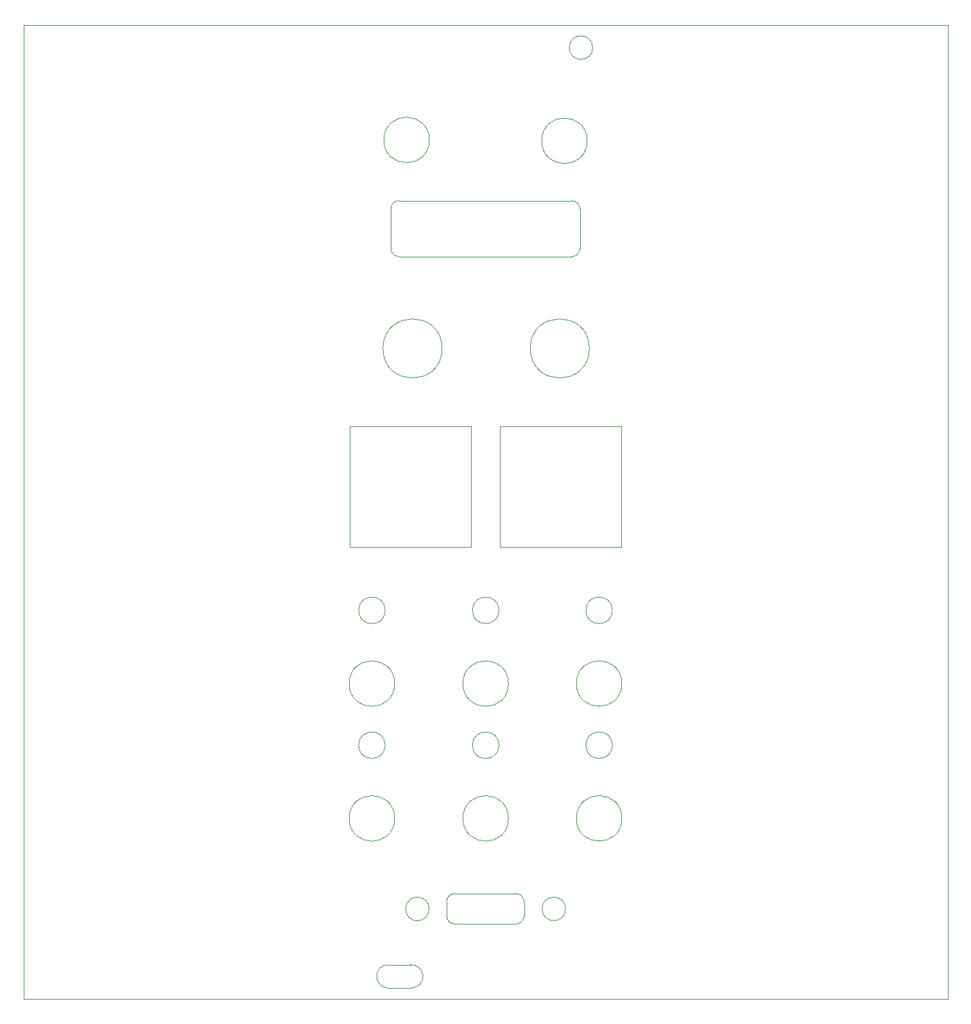
<source format=gbr>
%TF.GenerationSoftware,KiCad,Pcbnew,7.0.9*%
%TF.CreationDate,2024-01-09T21:06:09+01:00*%
%TF.ProjectId,euroPI-kicad_surfacemount_discretes_and_ics,6575726f-5049-42d6-9b69-6361645f7375,rev?*%
%TF.SameCoordinates,Original*%
%TF.FileFunction,Profile,NP*%
%FSLAX46Y46*%
G04 Gerber Fmt 4.6, Leading zero omitted, Abs format (unit mm)*
G04 Created by KiCad (PCBNEW 7.0.9) date 2024-01-09 21:06:09*
%MOMM*%
%LPD*%
G01*
G04 APERTURE LIST*
%TA.AperFunction,Profile*%
%ADD10C,0.100000*%
%TD*%
%TA.AperFunction,Profile*%
%ADD11C,0.050000*%
%TD*%
G04 APERTURE END LIST*
D10*
X128993800Y-102610800D02*
G75*
G03*
X128993800Y-102610800I-1750000J0D01*
G01*
X130243800Y-130050800D02*
G75*
G03*
X130243800Y-130050800I-3000000J0D01*
G01*
X130814192Y-48583400D02*
G75*
G03*
X129743200Y-49650202I-2092J-1068900D01*
G01*
X160215800Y-130048000D02*
G75*
G03*
X160215800Y-130048000I-3000000J0D01*
G01*
X129743200Y-54885208D02*
G75*
G03*
X130810000Y-55956200I1068900J-2092D01*
G01*
X160215800Y-112268000D02*
G75*
G03*
X160215800Y-112268000I-3000000J0D01*
G01*
X145255200Y-112268000D02*
G75*
G03*
X145255200Y-112268000I-3000000J0D01*
G01*
X145255200Y-130048000D02*
G75*
G03*
X145255200Y-130048000I-3000000J0D01*
G01*
X81280000Y-25400000D02*
X203200000Y-25400000D01*
X203200000Y-153898600D01*
X81280000Y-153898600D01*
X81280000Y-25400000D01*
X136503200Y-68072000D02*
G75*
G03*
X136503200Y-68072000I-3900000J0D01*
G01*
X134815800Y-40584000D02*
G75*
G03*
X134815800Y-40584000I-3000000J0D01*
G01*
X158965800Y-120396000D02*
G75*
G03*
X158965800Y-120396000I-1750000J0D01*
G01*
X128993800Y-120398800D02*
G75*
G03*
X128993800Y-120398800I-1750000J0D01*
G01*
X153615008Y-55958300D02*
G75*
G03*
X154686000Y-54891503I2092J1068900D01*
G01*
X155934200Y-68072000D02*
G75*
G03*
X155934200Y-68072000I-3900000J0D01*
G01*
X129743200Y-49650202D02*
X129743216Y-54885208D01*
X144005200Y-120396000D02*
G75*
G03*
X144005200Y-120396000I-1750000J0D01*
G01*
X144145000Y-78359000D02*
X160147000Y-78359000D01*
X160147000Y-94234000D01*
X144145000Y-94234000D01*
X144145000Y-78359000D01*
X124333000Y-78359000D02*
X140335000Y-78359000D01*
X140335000Y-94234000D01*
X124333000Y-94234000D01*
X124333000Y-78359000D01*
X130810000Y-55956200D02*
X153615008Y-55958287D01*
X158965800Y-102608000D02*
G75*
G03*
X158965800Y-102608000I-1750000J0D01*
G01*
X154685992Y-49657000D02*
G75*
G03*
X153619216Y-48586008I-1068892J2100D01*
G01*
X155643800Y-40696000D02*
G75*
G03*
X155643800Y-40696000I-3000000J0D01*
G01*
X154686000Y-54891503D02*
X154686000Y-49657000D01*
X153619216Y-48586008D02*
X130814192Y-48583418D01*
X144005200Y-102608000D02*
G75*
G03*
X144005200Y-102608000I-1750000J0D01*
G01*
X130243800Y-112270800D02*
G75*
G03*
X130243800Y-112270800I-3000000J0D01*
G01*
D11*
%TO.C,REF\u002A\u002A*%
X129286000Y-149352000D02*
X132334000Y-149352000D01*
X132461000Y-152400000D02*
X129286000Y-152400000D01*
X129286000Y-149352002D02*
G75*
G03*
X129286000Y-152399998I127000J-1523998D01*
G01*
X132461000Y-152405281D02*
G75*
G03*
X132334000Y-149352002I0J1529281D01*
G01*
D10*
X156370000Y-28400000D02*
G75*
G03*
X156370000Y-28400000I-1550000J0D01*
G01*
D11*
%TO.C,J13*%
X147325500Y-142875000D02*
X147325500Y-141053420D01*
X146226080Y-139954000D02*
X138196907Y-139954000D01*
X138196907Y-143974420D02*
X146226080Y-143974420D01*
X137097487Y-141053420D02*
X137097487Y-142875000D01*
X146226080Y-143974420D02*
G75*
G03*
X147325500Y-142875000I-1J1099421D01*
G01*
X147325500Y-141053420D02*
G75*
G03*
X146226080Y-139954000I-1099421J-1D01*
G01*
X137097480Y-142875000D02*
G75*
G03*
X138196907Y-143974420I1099420J0D01*
G01*
X138196907Y-139953997D02*
G75*
G03*
X137097487Y-141053420I-27J-1099393D01*
G01*
X152795500Y-141986000D02*
G75*
G03*
X152795500Y-141986000I-1550000J0D01*
G01*
X134795500Y-141986000D02*
G75*
G03*
X134795500Y-141986000I-1550000J0D01*
G01*
%TD*%
M02*

</source>
